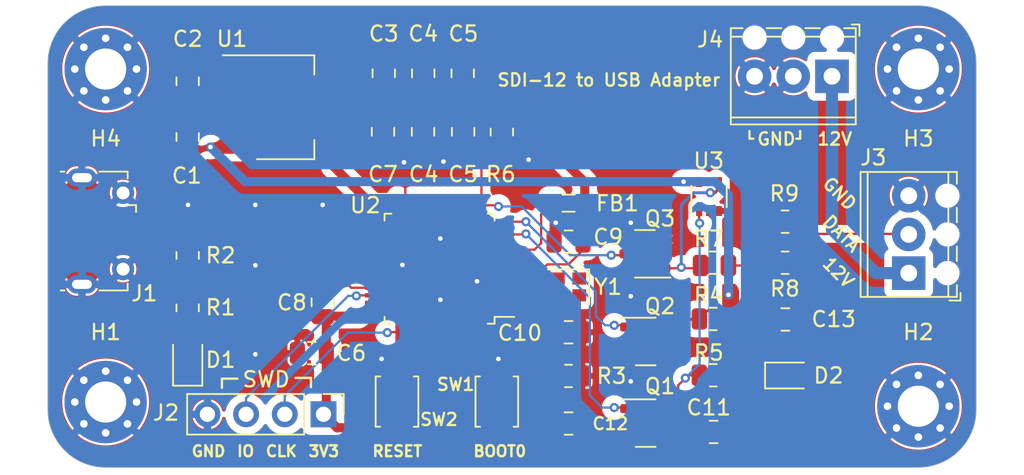
<source format=kicad_pcb>
(kicad_pcb (version 20221018) (generator pcbnew)
  (title_block (title "SDI-12 to USB Adatper") (date "2023-04-15") (rev "1.3") (company "GitHub z4ika") (comment 1 "https://zarecki.net") (comment 4 "Jakub Miłosz Zarecki"))
  (layers (0 "F.Cu" signal "Front") (31 "B.Cu" signal "Back") (34 "B.Paste" user) (35 "F.Paste" user) (36 "B.SilkS" user "B.Silkscreen") (37 "F.SilkS" user "F.Silkscreen") (38 "B.Mask" user) (39 "F.Mask" user) (44 "Edge.Cuts" user))
  (net 0 "")
  (net 1 "Net-(D2-K)")
  (net 2 "Net-(D1-A)")
  (net 3 "5V")
  (net 4 "GND")
  (net 5 "SDI-12_DATA")
  (net 6 "Net-(U2-VDDA)")
  (net 7 "SDI-12_EN")
  (net 8 "SDI-12_TX")
  (net 9 "SDI-12_RX")
  (net 11 "Net-(Q1-D)")
  (net 12 "HSE_OSC_IN")
  (net 13 "HSE_OSC_OUT")
  (net 14 "Net-(Q2-D)")
  (net 15 "Net-(Q3-G)")
  (net 28 "USB_D-")
  (net 29 "USB_D+")
  (net 30 "SWDIO")
  (net 31 "SWDCLK")
  (net 43 "12V")
  (net 45 "3V3")
  (net 47 "VBAT")
  (net 48 "BOOT0")
  (footprint "Resistor_SMD:R_0805_2012Metric" (layer "F.Cu") (at 80.684366 41.0209 180)
    (fp_text reference "R5")
    (fp_text value "2.2kΩ")
  )
  (footprint "Package_TO_SOT_SMD:SOT-353_SC-70-5" (layer "F.Cu") (at 80.404366 29.2934 90)
    (fp_text reference "U3")
    (fp_text value "74LVC1G125GW,125")
  )
  (footprint "Button_Switch_SMD:SW_SPST_B3U-1000P" (layer "F.Cu") (at 66.475 42.75 90)
    (fp_text reference "SW1")
    (fp_text value "SW_Push")
  )
  (footprint "Crystal:Crystal_SMD_2016-4Pin_2.0x1.6mm" (layer "F.Cu") (at 71.184366 35.2256 180)
    (fp_text reference "Y1")
    (fp_text value "16MHz")
  )
  (footprint "Diode_SMD:D_SOD-323F" (layer "F.Cu") (at 85.581266 41.037384)
    (fp_text reference "D2")
    (fp_text value "MM3Zxx")
  )
  (footprint "Resistor_SMD:R_0805_2012Metric" (layer "F.Cu") (at 80.684366 37.3284 180)
    (fp_text reference "R4")
    (fp_text value "2.2kΩ")
  )
  (footprint "Capacitor_SMD:C_0805_2012Metric" (layer "F.Cu") (at 71.184366 32.252267)
    (fp_text reference "C9")
    (fp_text value "12pF")
  )
  (footprint "Connector_PinHeader_2.54mm:PinHeader_1x04_P2.54mm_Vertical" (layer "F.Cu") (at 55.0992 43.5828 -90)
    (fp_text reference "J2")
    (fp_text value "Conn_SWD")
  )
  (footprint "Capacitor_SMD:C_0805_2012Metric" (layer "F.Cu") (at 71.184366 44.1884)
    (fp_text reference "C12")
    (fp_text value "100nF")
  )
  (footprint "Resistor_SMD:R_0805_2012Metric" (layer "F.Cu") (at 46.184366 33.1559 90)
    (fp_text reference "R2")
    (fp_text value "1.5kΩ")
  )
  (footprint "Capacitor_SMD:C_0805_2012Metric" (layer "F.Cu") (at 46.184366 25.386534 -90)
    (fp_text reference "C1")
    (fp_text value "1uF")
  )
  (footprint "Capacitor_SMD:C_0805_2012Metric" (layer "F.Cu") (at 64.236766 21.202734 -90)
    (fp_text reference "C5")
    (fp_text value "100nF")
  )
  (footprint "TerminalBlock_Phoenix:TerminalBlock_Phoenix_MPT-0,5-3-2.54_1x03_P2.54mm_Horizontal" (layer "F.Cu") (at 93.510366 34.318934 90)
    (fp_text reference "J3")
    (fp_text value "SDI-12_OUT")
  )
  (footprint "Resistor_SMD:R_0805_2012Metric" (layer "F.Cu") (at 71.184366 41.0684)
    (fp_text reference "R3")
    (fp_text value "2.2kΩ")
  )
  (footprint "MountingHole:MountingHole_2.7mm_Pad_Via" (layer "F.Cu") (at 94.142475 20.926509)
    (fp_text reference "H3")
    (fp_text value "MountingHole_Pad")
  )
  (footprint "Resistor_SMD:R_0805_2012Metric" (layer "F.Cu") (at 80.684366 33.6359 180)
    (fp_text reference "R7")
    (fp_text value "510Ω")
  )
  (footprint "Capacitor_SMD:C_0805_2012Metric" (layer "F.Cu") (at 61.645966 21.202734 -90)
    (fp_text reference "C4")
    (fp_text value "100nF")
  )
  (footprint "Capacitor_SMD:C_0805_2012Metric" (layer "F.Cu") (at 61.633266 25.038134 90)
    (fp_text reference "C4")
    (fp_text value "100nF")
  )
  (footprint "Resistor_SMD:R_0805_2012Metric" (layer "F.Cu") (at 85.396866 33.6359)
    (fp_text reference "R8")
    (fp_text value "200kΩ")
  )
  (footprint "Capacitor_SMD:C_0805_2012Metric" (layer "F.Cu") (at 54.335166 39.5696)
    (fp_text reference "C6")
    (fp_text value "1uF")
  )
  (footprint "Resistor_SMD:R_0805_2012Metric" (layer "F.Cu") (at 85.396866 30.9434 180)
    (fp_text reference "R9")
    (fp_text value "510Ω")
  )
  (footprint "MountingHole:MountingHole_2.7mm_Pad_Via" (layer "F.Cu") (at 40.802475 42.778934)
    (fp_text reference "H1")
    (fp_text value "MountingHole_Pad")
  )
  (footprint "LED_SMD:LED_0805_2012Metric" (layer "F.Cu") (at 46.184366 40.0219 90)
    (fp_text reference "D1")
    (fp_text value "G_LED")
  )
  (footprint "Inductor_SMD:L_0805_2012Metric" (layer "F.Cu") (at 71.184366 29.728934 180)
    (fp_text reference "FB1")
    (fp_text value "100MHz 1kΩ")
  )
  (footprint "Capacitor_SMD:C_0805_2012Metric" (layer "F.Cu") (at 59.055166 21.202734 -90)
    (fp_text reference "C3")
    (fp_text value "100nF")
  )
  (footprint "Package_TO_SOT_SMD:SOT-23" (layer "F.Cu") (at 76.243666 44.160934)
    (fp_text reference "Q1")
    (fp_text value "BSS138")
  )
  (footprint "TerminalBlock_Phoenix:TerminalBlock_Phoenix_MPT-0,5-3-2.54_1x03_P2.54mm_Horizontal" (layer "F.Cu") (at 88.474366 21.400934 180)
    (fp_text reference "J4")
    (fp_text value "SDI12_POWER")
  )
  (footprint "Capacitor_SMD:C_0805_2012Metric" (layer "F.Cu") (at 85.416866 37.3584)
    (fp_text reference "C13")
    (fp_text value "22nF")
  )
  (footprint "Package_TO_SOT_SMD:SOT-23" (layer "F.Cu") (at 76.195166 33.050934 180)
    (fp_text reference "Q3")
    (fp_text value "BSS138")
  )
  (footprint "Button_Switch_SMD:SW_SPST_B3U-1000P" (layer "F.Cu") (at 59.925 42.75 90)
    (fp_text reference "SW2")
    (fp_text value "RESET_SW")
  )
  (footprint "MountingHole:MountingHole_2.7mm_Pad_Via" (layer "F.Cu") (at 94.142475 43.053934)
    (fp_text reference "H2")
    (fp_text value "MountingHole_Pad")
  )
  (footprint "Capacitor_SMD:C_0805_2012Metric" (layer "F.Cu") (at 64.262166 25.038134 90)
    (fp_text reference "C5")
    (fp_text value "100nF")
  )
  (footprint "Capacitor_SMD:C_0805_2012Metric" (layer "F.Cu") (at 59.004366 25.038134 90)
    (fp_text reference "C7")
    (fp_text value "100nF")
  )
  (footprint "Capacitor_SMD:C_0805_2012Metric" (layer "F.Cu") (at 46.184366 21.728934 -90)
    (fp_text reference "C2")
    (fp_text value "1uF")
  )
  (footprint "MountingHole:MountingHole_2.7mm_Pad_Via" (layer "F.Cu") (at 40.802475 20.926509)
    (fp_text reference "H4")
    (fp_text value "MountingHole_Pad")
  )
  (footprint "Capacitor_SMD:C_0805_2012Metric" (layer "F.Cu") (at 80.704366 44.7434 180)
    (fp_text reference "C11")
    (fp_text value "100nF")
  )
  (footprint "Capacitor_SMD:C_0805_2012Metric" (layer "F.Cu") (at 55.055166 36.228934 -90)
    (fp_text reference "C8")
    (fp_text value "1uF")
  )
  (footprint "Package_TO_SOT_SMD:SOT-23" (layer "F.Cu") (at 76.243666 38.807534)
    (fp_text reference "Q2")
    (fp_text value "BSS138")
  )
  (footprint "Resistor_SMD:R_0805_2012Metric" (layer "F.Cu") (at 66.805166 25.058134 -90)
    (fp_text reference "R6")
    (fp_text value "2.2kΩ")
  )
  (footprint "Package_TO_SOT_SMD:SOT-223-3_TabPin2" (layer "F.Cu") (at 52.585166 23.430734)
    (fp_text reference "U1")
    (fp_text value "LDI1117-3.3H")
  )
  (footprint "Package_QFP:LQFP-48_7x7mm_P0.5mm" (layer "F.Cu") (at 62.717666 34.028934 180)
    (fp_text reference "U2")
    (fp_text value "STM32F103C8Tx")
  )
  (footprint "Connector_USB:USB_Micro-B_Molex-105017-0001" (layer "F.Cu") (at 40.483966 31.555184 -90)
    (fp_text reference "J1")
    (fp_text value "USB_B_Micro")
  )
  (footprint "Capacitor_SMD:C_0805_2012Metric" (layer "F.Cu") (at 71.184366 38.198934 180)
    (fp_text reference "C10")
    (fp_text value "12pF")
  )
  (footprint "Resistor_SMD:R_0805_2012Metric" (layer "F.Cu") (at 46.184366 36.5989 90)
    (fp_text reference "R1")
    (fp_text value "1kΩ")
  )
  (gr_line (start 48.4344 41.246) (end 48.4344 41.8556) (stroke (width 0.1524)) (layer "F.SilkS"))
  (gr_line (start 86.134366 25.4934) (end 86.384366 25.4934) (stroke (width 0.1524)) (layer "F.SilkS"))
  (gr_line (start 83.309366 25.4934) (end 83.059366 25.4934) (stroke (width 0.1524)) (layer "F.SilkS"))
  (gr_line (start 86.384366 25.2434) (end 86.384366 24.9934) (stroke (width 0.1524)) (layer "F.SilkS"))
  (gr_line (start 53.2604 41.1952) (end 54.2764 41.1952) (stroke (width 0.1524)) (layer "F.SilkS"))
  (gr_line (start 54.2764 41.1952) (end 54.2764 41.8048) (stroke (width 0.1524)) (layer "F.SilkS"))
  (gr_line (start 49.4504 41.246) (end 48.4344 41.246) (stroke (width 0.1524)) (layer "F.SilkS"))
  (gr_line (start 83.059366 25.4934) (end 83.059366 24.9934) (stroke (width 0.1524)) (layer "F.SilkS"))
  (gr_line (start 86.384366 25.4934) (end 86.384366 24.9934) (stroke (width 0.1524)) (layer "F.SilkS"))
  (gr_arc (start 40.802475 47.081509) (mid 38.108398 45.965586) (end 36.992475 43.271509) (stroke (width 0.0381)) (layer "Edge.Cuts"))
  (gr_arc (start 97.952475 43.271509) (mid 96.836552 45.965586) (end 94.142475 47.081509) (stroke (width 0.0381)) (layer "Edge.Cuts"))
  (gr_line (start 36.992475 43.271509) (end 36.992475 20.565586) (stroke (width 0.0381)) (layer "Edge.Cuts"))
  (gr_arc (start 94.142475 16.755586) (mid 96.836552 17.871509) (end 97.952475 20.565586) (stroke (width 0.0381)) (layer "Edge.Cuts"))
  (gr_arc (start 36.992475 20.565586) (mid 38.108398 17.871509) (end 40.802475 16.755586) (stroke (width 0.0381)) (layer "Edge.Cuts"))
  (gr_line (start 40.802475 47.081509) (end 94.142475 47.081509) (stroke (width 0.0381)) (layer "Edge.Cuts"))
  (gr_line (start 40.802475 16.755586) (end 94.142475 16.755586) (stroke (width 0.0381)) (layer "Edge.Cuts"))
  (gr_line (start 97.952475 20.565586) (end 97.952475 43.271509) (stroke (width 0.0381)) (layer "Edge.Cuts"))
  (gr_text "IO\n" (at 49.337161 46.4276) (layer "F.SilkS") (effects (font (size 0.7128 0.7128) (thickness 0.16256) bold) (justify left bottom)))
  (gr_text "DATA\n" (at 87.684366 30.9934 315) (layer "F.SilkS") (effects (font (size 0.8128 0.8128) (thickness 0.1524) bold) (justify left bottom)))
  (gr_text "BOOT0\n" (at 64.85 46.4276) (layer "F.SilkS") (effects (font (size 0.7128 0.7128) (thickness 0.16256) bold) (justify left bottom)))
  (gr_text "12V\n" (at 87.434366 25.9934) (layer "F.SilkS") (effects (font (size 0.8128 0.8128) (thickness 0.1524) bold) (justify left bottom)))
  (gr_text "RESET" (at 58.225 46.4276) (layer "F.SilkS") (effects (font (size 0.7128 0.7128) (thickness 0.16256) bold) (justify left bottom)))
  (gr_text "SWD" (at 51.34 41.2968) (layer "F.SilkS") (effects (font (size 1 1))))
  (gr_text "12V" (at 87.684366 33.7434 315) (layer "F.SilkS") (effects (font (size 0.8128 0.8128) (thickness 0.1524) bold) (justify left bottom)))
  (gr_text "3V3\n" (at 54.0324 46.4276) (layer "F.SilkS") (effects (font (size 0.7128 0.7128) (thickness 0.16256) bold) (justify left bottom)))
  (gr_text "CLK\n" (at 51.226551 46.4276) (layer "F.SilkS") (effects (font (size 0.7128 0.7128) (thickness 0.16256) bold) (justify left bottom)))
  (gr_text "GND\n" (at 87.684366 28.4934 315) (layer "F.SilkS") (effects (font (size 0.8128 0.8128) (thickness 0.1524) bold) (justify left bottom)))
  (gr_text "SDI-12 to USB Adapter" (at 66.4276 22.1198) (layer "F.SilkS") (effects (font (size 0.8128 0.8128) (thickness 0.1524) bold) (justify left bottom)))
  (gr_text "GND\n" (at 83.484366 25.9934) (layer "F.SilkS") (effects (font (size 0.8128 0.8128) (thickness 0.1524) bold) (justify left bottom)))
  (gr_text "GND" (at 46.3616 46.4276) (layer "F.SilkS") (effects (font (size 0.7128 0.7128) (thickness 0.16256) bold) (justify left bottom)))
  (segment (start 81.676866 33.8159) (end 84.304366 33.8159) (width 0.15) (layer "F.Cu") (net 1))
  (segment (start 84.484366 33.6359) (end 84.484366 30.9434) (width 0.15) (layer "F.Cu") (net 1))
  (segment (start 84.466866 37.3584) (end 84.481266 37.3728) (width 0.15) (layer "F.Cu") (net 1))
  (segment (start 84.481266 37.3728) (end 84.481266 41.037384) (width 0.15) (layer "F.Cu") (net 1))
  (segment (start 84.484366 33.6359) (end 84.484366 37.3409) (width 0.15) (layer "F.Cu") (net 1))
  (segment (start 84.484366 37.3409) (end 84.466866 37.3584) (width 0.15) (layer "F.Cu") (net 1))
  (segment (start 84.304366 33.8159) (end 84.484366 33.6359) (width 0.15) (layer "F.Cu") (net 1))
  (segment (start 46.184366 37.5114) (end 46.184366 39.0844) (width 0.6) (layer "F.Cu") (net 2))
  (segment (start 46.184366 27.4434) (end 46.184366 26.336534) (width 0.6) (layer "F.Cu") (net 3))
  (segment (start 79.754366 28.3434) (end 79.729366 28.3184) (width 0.6) (layer "F.Cu") (net 3))
  (segment (start 41.946466 30.255184) (end 43.372582 30.255184) (width 0.4) (layer "F.Cu") (net 3))
  (segment (start 43.372582 30.255184) (end 46.184366 27.4434) (width 0.6) (layer "F.Cu") (net 3))
  (segment (start 81.596866 44.6859) (end 81.654366 44.7434) (width 0.8) (layer "F.Cu") (net 3))
  (segment (start 79.729366 28.3184) (end 78.734366 28.3184) (width 0.6) (layer "F.Cu") (net 3))
  (via (at 81.684366 35.7434) (size 0.6) (drill 0.3) (layers "F.Cu" "B.Cu") (net 3))
  (via (at 47.684366 26.0434) (size 0.6) (drill 0.3) (layers "F.Cu" "B.Cu") (net 3))
  (via (at 78.734366 28.3184) (size 0.6) (drill 0.3) (layers "F.Cu" "B.Cu") (net 3))
  (segment (start 81.684366 35.7434) (end 81.684366 29.211024) (width 0.6) (layer "B.Cu") (net 3))
  (segment (start 78.729366 28.3134) (end 49.954366 28.3134) (width 0.6) (layer "B.Cu") (net 3))
  (segment (start 49.954366 28.3134) (end 47.684366 26.0434) (width 0.6) (layer "B.Cu") (net 3))
  (segment (start 80.786742 28.3134) (end 78.739366 28.3134) (width 0.6) (layer "B.Cu") (net 3))
  (segment (start 78.739366 28.3134) (end 78.734366 28.3184) (width 0.6) (layer "B.Cu") (net 3))
  (segment (start 81.684366 29.211024) (end 80.786742 28.3134) (width 0.6) (layer "B.Cu") (net 3))
  (segment (start 78.734366 28.3184) (end 78.729366 28.3134) (width 0.6) (layer "B.Cu") (net 3))
  (segment (start 60.467666 29.866434) (end 60.467666 28.663934) (width 0.15) (layer "F.Cu") (net 4))
  (segment (start 41.946466 32.855184) (end 42.923784 32.855184) (width 0.2) (layer "F.Cu") (net 4))
  (segment (start 65.623334 33.278934) (end 65.4624 33.118) (width 0.15) (layer "F.Cu") (net 4))
  (segment (start 81.566 30.2478) (end 81.5616 30.2434) (width 0.2) (layer "F.Cu") (net 4))
  (segment (start 59.202666 36.278934) (end 59.9252 35.5564) (width 0.15) (layer "F.Cu") (net 4))
  (segment (start 42.923784 32.855184) (end 43.0088 32.9402) (width 0.2) (layer "F.Cu") (net 4))
  (segment (start 60.467666 28.663934) (end 60.484 28.6476) (width 0.15) (layer "F.Cu") (net 4))
  (segment (start 66.880166 33.278934) (end 65.623334 33.278934) (width 0.15) (layer "F.Cu") (net 4))
  (segment (start 70.234366 32.252267) (end 70.234366 31.114634) (width 0.6) (layer "F.Cu") (net 4))
  (segment (start 58.555166 36.278934) (end 59.202666 36.278934) (width 0.15) (layer "F.Cu") (net 4))
  (segment (start 70.234366 31.114634) (end 70.3392 31.0098) (width 0.6) (layer "F.Cu") (net 4))
  (segment (start 81.054366 30.2434) (end 81.5616 30.2434) (width 0.2) (layer "F.Cu") (net 4))
  (segment (start 64.967666 38.191434) (end 64.967666 37.093666) (width 0.15) (layer "F.Cu") (net 4))
  (segment (start 64.967666 37.093666) (end 64.7512 36.8772) (width 0.15) (layer "F.Cu") (net 4))
  (via (at 50.6288 33.8038) (size 0.6) (drill 0.3) (layers "F.Cu" "B.Cu") (net 4))
  (via (at 60.2808 33.7784) (size 0.6) (drill 0.3) (layers "F.Cu" "B.Cu") (net 4))
  (via (at 75.2668 35.8358) (size 0.6) (drill 0.3) (layers "F.Cu" "B.Cu") (net 4))
  (via (at 50.6288 29.8414) (size 0.6) (drill 0.3) (layers "F.Cu" "B.Cu") (net 4))
  (via (at 58.9092 39.9506) (size 0.6) (drill 0.3) (layers "F.Cu" "B.Cu") (net 4))
  (via (at 46.2092 29.8414) (size 0.6) (drill 0.3) (layers "F.Cu" "B.Cu") (net 4))
  (via (at 65.175 34.85) (size 0.6) (drill 0.3) (layers "F.Cu" "B.Cu") (net 4))
  (via (at 75.2668 41.4238) (size 0.6) (drill 0.3) (layers "F.Cu" "B.Cu") (net 4))
  (via (at 75.2668 31.0098) (size 0.6) (drill 0.3) (layers "F.Cu" "B.Cu") (net 4))
  (via (at 62.77 36.0644) (size 0.6) (drill 0.3) (layers "F.Cu" "B.Cu") (net 4))
  (via (at 55.0484 29.8414) (size 0.6) (drill 0.3) (layers "F.Cu" "B.Cu") (net 4))
  (via (at 62.77 32.0512) (size 0.6) (drill 0.3) (layers "F.Cu" "B.Cu") (net 4))
  (via (at 62.9732 26.9966) (size 0.6) (drill 0.3) (layers "F.Cu" "B.Cu") (net 4))
  (via (at 60.3824 27.0474) (size 0.6) (drill 0.3) (layers "F.Cu" "B.Cu") (net 4))
  (via (at 66.58 39.9506) (size 0.6) (drill 0.3) (layers "F.Cu" "B.Cu") (net 4))
  (via (at 70.3392 31.0098) (size 0.6) (drill 0.3) (layers "F.Cu" "B.Cu") (net 4))
  (via (at 68.5612 26.8696) (size 0.6) (drill 0.3) (layers "F.Cu" "B.Cu") (net 4))
  (via (at 50.6288 39.6458) (size 0.6) (drill 0.3) (layers "F.Cu" "B.Cu") (net 4))
  (segment (start 93.474832 31.7434) (end 87.109366 31.7434) (width 0.15) (layer "F.Cu") (net 5))
  (segment (start 93.510366 31.778934) (end 93.474832 31.7434) (width 0.15) (layer "F.Cu") (net 5))
  (segment (start 87.109366 31.7434) (end 86.309366 30.9434) (width 0.15) (layer "F.Cu") (net 5))
  (segment (start 68.948832 32.778934) (end 69.384366 32.3434) (width 0.15) (layer "F.Cu") (net 6))
  (segment (start 69.384366 32.3434) (end 69.384366 30.466434) (width 0.15) (layer "F.Cu") (net 6))
  (segment (start 69.384366 30.466434) (end 70.121866 29.728934) (width 0.15) (layer "F.Cu") (net 6))
  (segment (start 66.880166 32.778934) (end 68.948832 32.778934) (width 0.15) (layer "F.Cu") (net 6))
  (segment (start 75.238632 43.1434) (end 75.306166 43.210934) (width 0.15) (layer "F.Cu") (net 7))
  (segment (start 66.880166 31.778934) (end 68.348832 31.778934) (width 0.15) (layer "F.Cu") (net 7))
  (segment (start 74.184366 43.1434) (end 75.238632 43.1434) (width 0.15) (layer "F.Cu") (net 7))
  (segment (start 68.384366 31.7434) (end 68.348832 31.778934) (width 0.15) (layer "F.Cu") (net 7))
  (via (at 74.184366 43.1434) (size 0.6) (drill 0.3) (layers "F.Cu" "B.Cu") (net 7))
  (via (at 68.384366 31.7434) (size 0.6) (drill 0.3) (layers "F.Cu" "B.Cu") (net 7))
  (segment (start 72.584366 42.3434) (end 73.384366 43.1434) (width 0.15) (layer "B.Cu") (net 7))
  (segment (start 72.584366 35.9434) (end 72.584366 42.3434) (width 0.15) (layer "B.Cu") (net 7))
  (segment (start 68.384366 31.7434) (end 72.584366 35.9434) (width 0.15) (layer "B.Cu") (net 7))
  (segment (start 73.384366 43.1434) (end 74.184366 43.1434) (width 0.15) (layer "B.Cu") (net 7))
  (segment (start 75.192032 37.7434) (end 75.306166 37.857534) (width 0.15) (layer "F.Cu") (net 8))
  (segment (start 66.880166 31.278934) (end 67.2157 30.9434) (width 0.15) (layer "F.Cu") (net 8))
  (segment (start 67.2157 30.9434) (end 68.384366 30.9434) (width 0.15) (layer "F.Cu") (net 8))
  (segment (start 74.184366 37.7434) (end 75.192032 37.7434) (width 0.15) (layer "F.Cu") (net 8))
  (via (at 68.384366 30.9434) (size 0.6) (drill 0.3) (layers "F.Cu" "B.Cu") (net 8))
  (via (at 74.184366 37.7434) (size 0.6) (drill 0.3) (layers "F.Cu" "B.Cu") (net 8))
  (segment (start 68.384366 30.9434) (end 72.984366 35.5434) (width 0.15) (layer "B.Cu") (net 8))
  (segment (start 72.984366 35.5434) (end 72.984366 37.1434) (width 0.15) (layer "B.Cu") (net 8))
  (segment (start 72.984366 37.1434) (end 73.584366 37.7434) (width 0.15) (layer "B.Cu") (net 8))
  (segment (start 73.584366 37.7434) (end 74.184366 37.7434) (width 0.15) (layer "B.Cu") (net 8))
  (segment (start 75.1652 33.1434) (end 75.257666 33.050934) (width 0.15) (layer "F.Cu") (net 9))
  (segment (start 66.5074 29.866434) (end 66.584366 29.9434) (width 0.15) (layer "F.Cu") (net 9))
  (segment (start 65.467666 29.866434) (end 65.467666 27.308134) (width 0.15) (layer "F.Cu") (net 9))
  (segment (start 65.467666 27.308134) (end 66.805166 25.970634) (width 0.15) (layer "F.Cu") (net 9))
  (segment (start 65.467666 29.866434) (end 66.5074 29.866434) (width 0.15) (layer "F.Cu") (net 9))
  (segment (start 73.984366 33.1434) (end 75.1652 33.1434) (width 0.15) (layer "F.Cu") (net 9))
  (via (at 66.584366 29.9434) (size 0.6) (drill 0.3) (layers "F.Cu" "B.Cu") (net 9))
  (via (at 73.984366 33.1434) (size 0.6) (drill 0.3) (layers "F.Cu" "B.Cu") (net 9))
  (segment (start 68.098544 29.9434) (end 71.298544 33.1434) (width 0.15) (layer "B.Cu") (net 9))
  (segment (start 66.584366 29.9434) (end 68.098544 29.9434) (width 0.15) (layer "B.Cu") (net 9))
  (segment (start 71.298544 33.1434) (end 73.984366 33.1434) (width 0.15) (layer "B.Cu") (net 9))
  (segment (start 79.771866 41.0209) (end 79.039366 41.0209) (width 0.15) (layer "F.Cu") (net 11))
  (segment (start 78.384366 43.5434) (end 77.766832 44.160934) (width 0.15) (layer "F.Cu") (net 11))
  (segment (start 79.754366 30.2434) (end 79.754366 30.9134) (width 0.15) (layer "F.Cu") (net 11))
  (segment (start 79.754366 30.9134) (end 79.784366 31.0434) (width 0.15) (layer "F.Cu") (net 11))
  (segment (start 79.784366 31.0434) (end 79.784366 30.9434) (width 0.15) (layer "F.Cu") (net 11))
  (segment (start 79.039366 41.0209) (end 78.384366 41.6759) (width 0.15) (layer "F.Cu") (net 11))
  (segment (start 78.384366 41.6759) (end 78.384366 43.5434) (width 0.15) (layer "F.Cu") (net 11))
  (segment (start 77.766832 44.160934) (end 77.181166 44.160934) (width 0.15) (layer "F.Cu") (net 11))
  (via (at 78.850616 41.20965) (size 0.6) (drill 0.3) (layers "F.Cu" "B.Cu") (net 11))
  (via (at 79.784366 31.0434) (size 0.6) (drill 0.3) (layers "F.Cu" "B.Cu") (net 11))
  (segment (start 79.784366 40.2759) (end 79.784366 31.0434) (width 0.15) (layer "B.Cu") (net 11))
  (segment (start 78.850616 41.20965) (end 79.784366 40.2759) (width 0.15) (layer "B.Cu") (net 11))
  (segment (start 70.234366 38.198934) (end 70.234366 36.9934) (width 0.15) (layer "F.Cu") (net 12))
  (segment (start 66.9157 34.7434) (end 67.784366 34.7434) (width 0.15) (layer "F.Cu") (net 12))
  (segment (start 70.416566 34.7434) (end 70.484366 34.6756) (width 0.15) (layer "F.Cu") (net 12))
  (segment (start 67.984366 34.7434) (end 67.784366 34.7434) (width 0.15) (layer "F.Cu") (net 12))
  (segment (start 70.234366 36.9934) (end 67.984366 34.7434) (width 0.15) (layer "F.Cu") (net 12))
  (segment (start 66.880166 34.778934) (end 66.9157 34.7434) (width 0.15) (layer "F.Cu") (net 12))
  (segment (start 67.784366 34.7434) (end 70.416566 34.7434) (width 0.15) (layer "F.Cu") (net 12))
  (segment (start 71.884366 34.4434) (end 71.884366 34.6756) (width 0.15) (layer "F.Cu") (net 13))
  (segment (start 71.184366 33.7434) (end 71.884366 34.4434) (width 0.15) (layer "F.Cu") (net 13))
  (segment (start 66.880166 34.278934) (end 69.248832 34.278934) (width 0.15) (layer "F.Cu") (net 13))
  (segment (start 69.784366 33.7434) (end 71.184366 33.7434) (width 0.15) (layer "F.Cu") (net 13))
  (segment (start 69.248832 34.278934) (end 69.784366 33.7434) (width 0.15) (layer "F.Cu") (net 13))
  (segment (start 71.184366 33.7434) (end 72.134366 32.7934) (width 0.15) (layer "F.Cu") (net 13))
  (segment (start 72.134366 32.7934) (end 72.134366 32.252267) (width 0.15) (layer "F.Cu") (net 13))
  (segment (start 80.404366 30.5284) (end 80.404366 30.2434) (width 0.15) (layer "F.Cu") (net 14))
  (segment (start 79.771866 37.3284) (end 79.235584 37.3284) (width 0.15) (layer "F.Cu") (net 14))
  (segment (start 79.235584 37.3284) (end 77.75645 38.807534) (width 0.15) (layer "F.Cu") (net 14))
  (segment (start 80.684366 36.4159) (end 80.684366 30.8084) (width 0.15) (layer "F.Cu") (net 14))
  (segment (start 80.684366 30.8084) (end 80.404366 30.5284) (width 0.15) (layer "F.Cu") (net 14))
  (segment (start 79.771866 37.3284) (end 80.684366 36.4159) (width 0.15) (layer "F.Cu") (net 14))
  (segment (start 77.75645 38.807534) (end 77.181166 38.807534) (width 0.15) (layer "F.Cu") (net 14))
  (segment (start 79.666832 34.000934) (end 79.851866 33.8159) (width 0.15) (layer "F.Cu") (net 15))
  (segment (start 81.054366 28.3434) (end 81.054366 28.7734) (width 0.2) (layer "F.Cu") (net 15))
  (segment (start 80.784366 29.0434) (end 80.484366 29.0434) (width 0.2) (layer "F.Cu") (net 15))
  (segment (start 81.054366 28.7734) (end 80.784366 29.0434) (width 0.2) (layer "F.Cu") (net 15))
  (segment (start 77.132666 34.000934) (end 79.666832 34.000934) (width 0.15) (layer "F.Cu") (net 15))
  (via (at 80.484366 29.0434) (size 0.6) (drill 0.3) (layers "F.Cu" "B.Cu") (net 15))
  (via (at 78.584366 33.9434) (size 0.6) (drill 0.3) (layers "F.Cu" "B.Cu") (net 15))
  (segment (start 80.484366 29.0434) (end 79.384366 29.0434) (width 0.2) (layer "B.Cu") (net 15))
  (segment (start 79.384366 29.0434) (end 78.584366 29.8434) (width 0.2) (layer "B.Cu") (net 15))
  (segment (start 78.584366 29.8434) (end 78.584366 33.9434) (width 0.2) (layer "B.Cu") (net 15))
  (segment (start 53.784366 31.4434) (end 44.284366 31.4434) (width 0.15) (layer "F.Cu") (net 28))
  (segment (start 44.284366 31.4434) (end 43.74615 30.905184) (width 0.15) (layer "F.Cu") (net 28))
  (segment (start 57.1199 34.778934) (end 53.784366 31.4434) (width 0.15) (layer "F.Cu") (net 28))
  (segment (start 58.555166 34.778934) (end 57.1199 34.778934) (width 0.15) (layer "F.Cu") (net 28))
  (segment (start 43.74615 30.905184) (end 41.946466 30.905184) (width 0.15) (layer "F.Cu") (net 28))
  (segment (start 53.484366 31.8434) (end 46.584366 31.8434) (width 0.15) (layer "F.Cu") (net 29))
  (segment (start 58.555166 35.278934) (end 56.9199 35.278934) (width 0.15) (layer "F.Cu") (net 29))
  (segment (start 44.184366 31.9434) (end 45.884366 31.9434) (width 0.15) (layer "F.Cu") (net 29))
  (segment (start 45.884366 31.9434) (end 46.184366 32.2434) (width 0.15) (layer "F.Cu") (net 29))
  (segment (start 43.79615 31.555184) (end 44.184366 31.9434) (width 0.15) (layer "F.Cu") (net 29))
  (segment (start 56.9199 35.278934) (end 53.484366 31.8434) (width 0.15) (layer "F.Cu") (net 29))
  (segment (start 41.946466 31.555184) (end 43.79615 31.555184) (width 0.15) (layer "F.Cu") (net 29))
  (segment (start 46.584366 31.8434) (end 46.184366 32.2434) (width 0.15) (layer "F.Cu") (net 29))
  (segment (start 58.555166 35.778934) (end 57.289666 35.778934) (width 0.15) (layer "F.Cu") (net 30))
  (segment (start 57.289666 35.778934) (end 57.2582 35.8104) (width 0.15) (layer "F.Cu") (net 30))
  (via (at 57.2582 35.8104) (size 0.6) (drill 0.3) (layers "F.Cu" "B.Cu") (net 30))
  (segment (start 56.7248 35.8104) (end 50.0192 42.516) (width 0.15) (layer "B.Cu") (net 30))
  (segment (start 57.2582 35.8104) (end 56.7248 35.8104) (width 0.15) (layer "B.Cu") (net 30))
  (segment (start 50.0192 42.516) (end 50.0192 43.5828) (width 0.15) (layer "B.Cu") (net 30))
  (segment (start 59.322166 38.191434) (end 59.2902 38.2234) (width 0.15) (layer "F.Cu") (net 31))
  (segment (start 59.967666 38.191434) (end 59.322166 38.191434) (width 0.15) (layer "F.Cu") (net 31))
  (via (at 59.2902 38.2234) (size 0.6) (drill 0.3) (layers "F.Cu" "B.Cu") (net 31))
  (segment (start 59.2902 38.2234) (end 56.6994 38.2234) (width 0.15) (layer "B.Cu") (net 31))
  (segment (start 52.5592 42.3636) (end 52.5592 43.5828) (width 0.15) (layer "B.Cu") (net 31))
  (segment (start 56.6994 38.2234) (end 52.5592 42.3636) (width 0.15) (layer "B.Cu") (net 31))
  (segment (start 88.474366 21.400934) (end 88.474366 31.4434) (width 0.8) (layer "B.Cu") (net 43))
  (segment (start 91.3499 34.318934) (end 93.510366 34.318934) (width 0.8) (layer "B.Cu") (net 43))
  (segment (start 88.474366 31.4434) (end 91.3499 34.318934) (width 0.8) (layer "B.Cu") (net 43))
  (segment (start 59.967666 29.866434) (end 59.967666 31.026866) (width 0.2) (layer "F.Cu") (net 45))
  (segment (start 55.0992 44.04) (end 55.0992 43.5828) (width 0.6) (layer "F.Cu") (net 45))
  (segment (start 70.234366 44.1884) (end 69.947766 44.475) (width 0.6) (layer "F.Cu") (net 45))
  (segment (start 72.246866 28.345466) (end 72.246866 29.728934) (width 0.6) (layer "F.Cu") (net 45))
  (segment (start 66.476174 44.4684) (end 66.482774 44.475) (width 0.6) (layer "F.Cu") (net 45))
  (segment (start 55.735166 27.2942) (end 58.307766 29.8668) (width 0.6) (layer "F.Cu") (net 45))
  (segment (start 68.047034 24.145634) (end 72.246866 28.345466) (width 0.6) (layer "F.Cu") (net 45))
  (segment (start 57.384366 37.1434) (end 57.748832 36.778934) (width 0.2) (layer "F.Cu") (net 45))
  (segment (start 55.285166 37.408934) (end 55.055166 37.178934) (width 0.6) (layer "F.Cu") (net 45))
  (segment (start 55.285166 43.396834) (end 55.0992 43.5828) (width 0.6) (layer "F.Cu") (net 45))
  (segment (start 59.718666 36.778934) (end 62.7192 33.7784) (width 0.2) (layer "F.Cu") (net 45))
  (segment (start 59.900791 44.4684) (end 66.476174 44.4684) (width 0.6) (layer "F.Cu") (net 45))
  (segment (start 66.880166 33.778934) (end 66.879632 33.7784) (width 0.2) (layer "F.Cu") (net 45))
  (segment (start 55.9848 44.4684) (end 55.0992 43.5828) (width 0.6) (layer "F.Cu") (net 45))
  (segment (start 55.0907 37.1434) (end 55.055166 37.178934) (width 0.6) (layer "F.Cu") (net 45))
  (segment (start 55.735166 23.430734) (end 55.735166 27.2942) (width 0.6) (layer "F.Cu") (net 45))
  (segment (start 57.748832 36.778934) (end 58.555166 36.778934) (width 0.2) (layer "F.Cu") (net 45))
  (segment (start 46.187366 35.6834) (end 46.184366 35.6864) (width 0.6) (layer "F.Cu") (net 45))
  (segment (start 59.967666 31.026866) (end 62.7192 33.7784) (width 0.2) (layer "F.Cu") (net 45))
  (segment (start 52.022734 37.178934) (end 50.5272 35.6834) (width 0.6) (layer "F.Cu") (net 45))
  (segment (start 69.947766 44.475) (end 66.482774 44.475) (width 0.6) (layer "F.Cu") (net 45))
  (segment (start 55.055166 37.178934) (end 52.022734 37.178934) (width 0.6) (layer "F.Cu") (net 45))
  (segment (start 55.285166 39.5696) (end 55.285166 43.396834) (width 0.6) (layer "F.Cu") (net 45))
  (segment (start 58.555166 36.778934) (end 59.718666 36.778934) (width 0.2) (layer "F.Cu") (net 45))
  (segment (start 65.467666 36.526866) (end 65.467666 38.191434) (width 0.2) (layer "F.Cu") (net 45))
  (segment (start 46.184366 34.0684) (end 46.184366 35.6864) (width 0.6) (layer "F.Cu") (net 45))
  (segment (start 59.900791 44.4684) (end 55.9848 44.4684) (width 0.6) (layer "F.Cu") (net 45))
  (segment (start 55.285166 39.5696) (end 55.285166 37.408934) (width 0.6) (layer "F.Cu") (net 45))
  (segment (start 58.307766 29.8668) (end 59.8236 29.8668) (width 0.6) (layer "F.Cu") (net 45))
  (segment (start 62.7192 33.7784) (end 65.467666 36.526866) (width 0.2) (layer "F.Cu") (net 45))
  (segment (start 57.384366 37.1434) (end 55.0907 37.1434) (width 0.6) (layer "F.Cu") (net 45))
  (segment (start 50.5272 35.6834) (end 46.187366 35.6834) (width 0.6) (layer "F.Cu") (net 45))
  (segment (start 66.805166 24.145634) (end 68.047034 24.145634) (width 0.6) (layer "F.Cu") (net 45))
  (segment (start 66.879632 33.7784) (end 62.7192 33.7784) (width 0.2) (layer "F.Cu") (net 45))
  (segment (start 63.467666 38.191434) (end 63.467666 39.5717) (width 0.15) (layer "F.Cu") (net 48))
  (segment (start 63.467666 39.5717) (end 64.964366 41.0684) (width 0.15) (layer "F.Cu") (net 48))
  (segment (start 64.964366 41.0684) (end 70.271866 41.0684) (width 0.15) (layer "F.Cu") (net 48))
  (zone (net 4) (net_name "GND") (layer "F.Cu") (priority 3) (connect_pads (clearance 0.508)) (min_thickness 0.25) (fill yes (thermal_gap 0.15) (thermal_bridge_width 0.4) (smoothing fillet) (radius 1.25))
    (polygon (pts (xy 98.1522 16.5064) (xy 98.4062 47.2404) (xy 36.8112 47.2404) (xy 36.8112 16.5064)))
  )
  (zone (net 45) (net_name "3V3") (layer "F.Cu") (priority 5) (connect_pads yes (clearance 0.508)) (min_thickness 0.25) (fill yes (thermal_gap 0.1) (thermal_bridge_width 0.6) (smoothing fillet) (radius 1.25))
    (polygon (pts (xy 67.784366 23.1434) (xy 67.784366 24.9434) (xy 56.984366 24.9434) (xy 56.984366 25.5434) (xy 54.384366 25.5434) (xy 54.384366 24.5434) (xy 47.984366 24.5434) (xy 47.984366 23.5434) (xy 45.184366 23.5434) (xy 45.184366 21.9434) (xy 47.984366 21.9434) (xy 47.984366 22.1434) (xy 54.384366 22.1434) (xy 54.384366 21.1434) (xy 56.984366 21.1434) (xy 56.984366 21.3434) (xy 65.584366 21.3434) (xy 65.584366 23.1434)))
  )
  (zone (net 3) (net_name "5V") (layer "F.Cu") (priority 5) (connect_pads yes (clearance 0.508)) (min_thickness 0.25) (fill yes (thermal_gap 0.2) (thermal_bridge_width 0.5) (smoothing fillet) (radius 1.25))
    (polygon (pts (xy 80.884366 34.8434) (xy 82.384366 34.8434) (xy 82.384366 45.7434) (xy 80.884366 45.7434)))
  )
  (zone (net 3) (net_name "5V") (layer "F.Cu") (priority 1) (connect_pads yes (clearance 0.508)) (min_thickness 0.25) (fill yes (thermal_gap 0.1) (thermal_bridge_width 0.5) (smoothing fillet) (radius 1))
    (polygon (pts (xy 47.984366 24.7434) (xy 46.984366 25.5434) (xy 45.184366 25.5434) (xy 45.184366 27.1434) (xy 50.584366 27.1434) (xy 50.584366 24.7434)))
  )
  (zone (net 4) (net_name "GND") (layer "B.Cu") (priority 3) (connect_pads (clearance 0.508)) (min_thickness 0.25) (fill yes (thermal_gap 0.2) (thermal_bridge_width 0.5) (smoothing fillet) (radius 1.25))
    (polygon (pts (xy 98.1522 16.5064) (xy 98.4062 47.2404) (xy 36.8112 47.2404) (xy 36.8112 16.5064)))
  )
)
</source>
